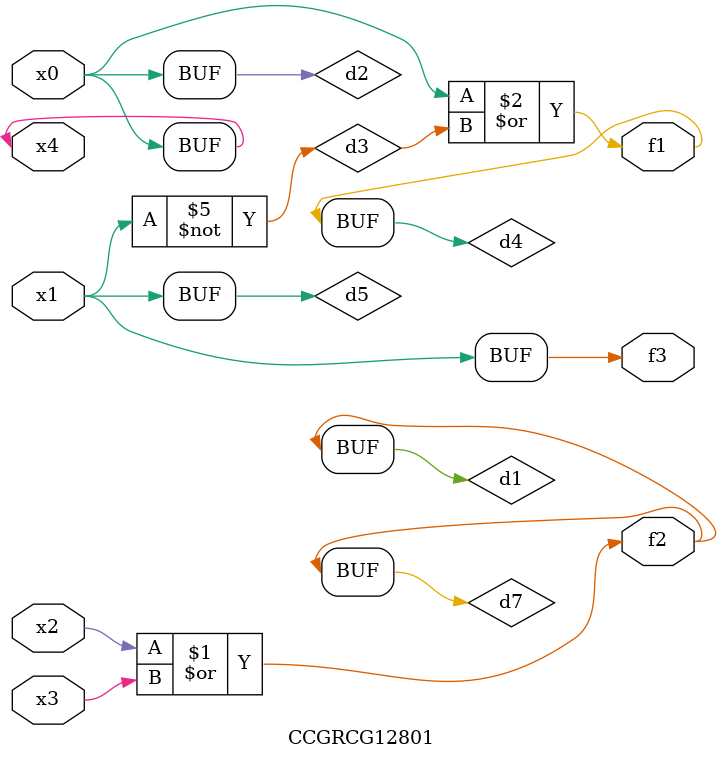
<source format=v>
module CCGRCG12801(
	input x0, x1, x2, x3, x4,
	output f1, f2, f3
);

	wire d1, d2, d3, d4, d5, d6, d7;

	or (d1, x2, x3);
	buf (d2, x0, x4);
	not (d3, x1);
	or (d4, d2, d3);
	not (d5, d3);
	nand (d6, d1, d3);
	or (d7, d1);
	assign f1 = d4;
	assign f2 = d7;
	assign f3 = d5;
endmodule

</source>
